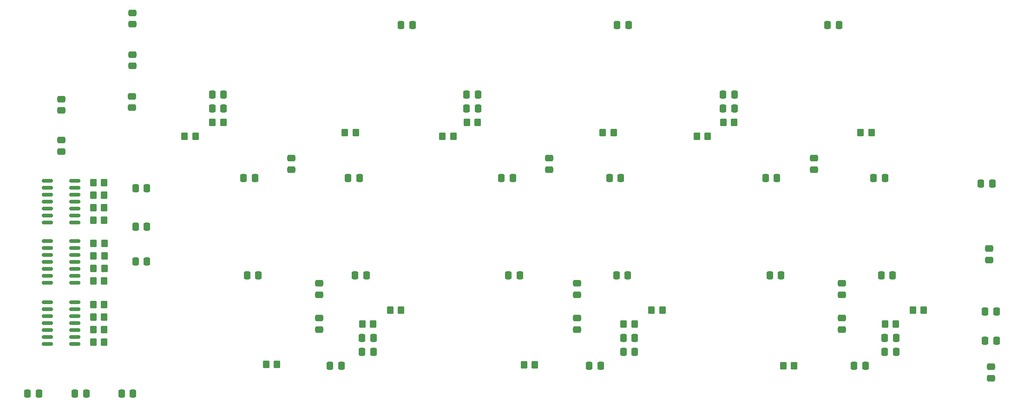
<source format=gbr>
%TF.GenerationSoftware,KiCad,Pcbnew,(6.0.1)*%
%TF.CreationDate,2023-04-20T11:25:51+03:00*%
%TF.ProjectId,Adapter,41646170-7465-4722-9e6b-696361645f70,rev?*%
%TF.SameCoordinates,Original*%
%TF.FileFunction,Paste,Bot*%
%TF.FilePolarity,Positive*%
%FSLAX46Y46*%
G04 Gerber Fmt 4.6, Leading zero omitted, Abs format (unit mm)*
G04 Created by KiCad (PCBNEW (6.0.1)) date 2023-04-20 11:25:51*
%MOMM*%
%LPD*%
G01*
G04 APERTURE LIST*
G04 Aperture macros list*
%AMRoundRect*
0 Rectangle with rounded corners*
0 $1 Rounding radius*
0 $2 $3 $4 $5 $6 $7 $8 $9 X,Y pos of 4 corners*
0 Add a 4 corners polygon primitive as box body*
4,1,4,$2,$3,$4,$5,$6,$7,$8,$9,$2,$3,0*
0 Add four circle primitives for the rounded corners*
1,1,$1+$1,$2,$3*
1,1,$1+$1,$4,$5*
1,1,$1+$1,$6,$7*
1,1,$1+$1,$8,$9*
0 Add four rect primitives between the rounded corners*
20,1,$1+$1,$2,$3,$4,$5,0*
20,1,$1+$1,$4,$5,$6,$7,0*
20,1,$1+$1,$6,$7,$8,$9,0*
20,1,$1+$1,$8,$9,$2,$3,0*%
G04 Aperture macros list end*
%ADD10RoundRect,0.250000X-0.475000X0.337500X-0.475000X-0.337500X0.475000X-0.337500X0.475000X0.337500X0*%
%ADD11RoundRect,0.250000X0.350000X0.450000X-0.350000X0.450000X-0.350000X-0.450000X0.350000X-0.450000X0*%
%ADD12RoundRect,0.250000X0.337500X0.475000X-0.337500X0.475000X-0.337500X-0.475000X0.337500X-0.475000X0*%
%ADD13RoundRect,0.250000X0.475000X-0.337500X0.475000X0.337500X-0.475000X0.337500X-0.475000X-0.337500X0*%
%ADD14RoundRect,0.250000X-0.350000X-0.450000X0.350000X-0.450000X0.350000X0.450000X-0.350000X0.450000X0*%
%ADD15RoundRect,0.250000X-0.337500X-0.475000X0.337500X-0.475000X0.337500X0.475000X-0.337500X0.475000X0*%
%ADD16RoundRect,0.150000X0.825000X0.150000X-0.825000X0.150000X-0.825000X-0.150000X0.825000X-0.150000X0*%
G04 APERTURE END LIST*
D10*
%TO.C,C6*%
X100330000Y-108182500D03*
X100330000Y-110257500D03*
%TD*%
D11*
%TO.C,R58*%
X171180000Y-74930000D03*
X169180000Y-74930000D03*
%TD*%
D10*
%TO.C,C94*%
X147320000Y-101832500D03*
X147320000Y-103907500D03*
%TD*%
D11*
%TO.C,R105*%
X139684000Y-116713000D03*
X137684000Y-116713000D03*
%TD*%
D12*
%TO.C,C107*%
X195093500Y-54610000D03*
X193018500Y-54610000D03*
%TD*%
%TO.C,C62*%
X107717500Y-82550000D03*
X105642500Y-82550000D03*
%TD*%
D13*
%TO.C,C23*%
X190500000Y-81047500D03*
X190500000Y-78972500D03*
%TD*%
D14*
%TO.C,R13*%
X59198000Y-83439000D03*
X61198000Y-83439000D03*
%TD*%
%TO.C,R37*%
X113300000Y-106680000D03*
X115300000Y-106680000D03*
%TD*%
D15*
%TO.C,C49*%
X155807500Y-111760000D03*
X157882500Y-111760000D03*
%TD*%
%TO.C,C67*%
X134852500Y-100330000D03*
X136927500Y-100330000D03*
%TD*%
D14*
%TO.C,R45*%
X160925000Y-106680000D03*
X162925000Y-106680000D03*
%TD*%
D10*
%TO.C,C93*%
X100330000Y-101832500D03*
X100330000Y-103907500D03*
%TD*%
D14*
%TO.C,R15*%
X59182000Y-88011000D03*
X61182000Y-88011000D03*
%TD*%
D12*
%TO.C,C24*%
X68982500Y-97790000D03*
X66907500Y-97790000D03*
%TD*%
%TO.C,C56*%
X176043500Y-67310000D03*
X173968500Y-67310000D03*
%TD*%
%TO.C,C20*%
X68982500Y-91440000D03*
X66907500Y-91440000D03*
%TD*%
D16*
%TO.C,D4*%
X55815000Y-94107000D03*
X55815000Y-95377000D03*
X55815000Y-96647000D03*
X55815000Y-97917000D03*
X55815000Y-99187000D03*
X55815000Y-100457000D03*
X55815000Y-101727000D03*
X50865000Y-101727000D03*
X50865000Y-100457000D03*
X50865000Y-99187000D03*
X50865000Y-97917000D03*
X50865000Y-96647000D03*
X50865000Y-95377000D03*
X50865000Y-94107000D03*
%TD*%
D15*
%TO.C,C46*%
X108182500Y-114300000D03*
X110257500Y-114300000D03*
%TD*%
D13*
%TO.C,C28*%
X222428500Y-97537500D03*
X222428500Y-95462500D03*
%TD*%
D15*
%TO.C,C73*%
X182477500Y-100330000D03*
X184552500Y-100330000D03*
%TD*%
D14*
%TO.C,R44*%
X80915000Y-72390000D03*
X82915000Y-72390000D03*
%TD*%
D12*
%TO.C,C57*%
X108987500Y-100330000D03*
X106912500Y-100330000D03*
%TD*%
D14*
%TO.C,R4*%
X59198000Y-112522000D03*
X61198000Y-112522000D03*
%TD*%
D11*
%TO.C,R46*%
X157845000Y-109220000D03*
X155845000Y-109220000D03*
%TD*%
D13*
%TO.C,C35*%
X66217800Y-69744500D03*
X66217800Y-67669500D03*
%TD*%
D12*
%TO.C,C40*%
X223795500Y-106934000D03*
X221720500Y-106934000D03*
%TD*%
D14*
%TO.C,R108*%
X199025000Y-74295000D03*
X201025000Y-74295000D03*
%TD*%
D15*
%TO.C,C54*%
X203432500Y-114300000D03*
X205507500Y-114300000D03*
%TD*%
%TO.C,C53*%
X203432500Y-111760000D03*
X205507500Y-111760000D03*
%TD*%
D12*
%TO.C,C52*%
X129307500Y-67310000D03*
X127232500Y-67310000D03*
%TD*%
D11*
%TO.C,R107*%
X186928000Y-116840000D03*
X184928000Y-116840000D03*
%TD*%
%TO.C,R42*%
X77835000Y-74930000D03*
X75835000Y-74930000D03*
%TD*%
D12*
%TO.C,C55*%
X176043500Y-69850000D03*
X173968500Y-69850000D03*
%TD*%
D10*
%TO.C,C22*%
X195580000Y-108182500D03*
X195580000Y-110257500D03*
%TD*%
D15*
%TO.C,C104*%
X102340500Y-116840000D03*
X104415500Y-116840000D03*
%TD*%
D10*
%TO.C,C42*%
X222758000Y-117072500D03*
X222758000Y-119147500D03*
%TD*%
D11*
%TO.C,R50*%
X124825000Y-74930000D03*
X122825000Y-74930000D03*
%TD*%
D14*
%TO.C,R1*%
X59198000Y-105664000D03*
X61198000Y-105664000D03*
%TD*%
D10*
%TO.C,C95*%
X195580000Y-101832500D03*
X195580000Y-103907500D03*
%TD*%
D14*
%TO.C,R7*%
X59214000Y-99060000D03*
X61214000Y-99060000D03*
%TD*%
D12*
%TO.C,C8*%
X68982500Y-84455000D03*
X66907500Y-84455000D03*
%TD*%
%TO.C,C103*%
X117369500Y-54610000D03*
X115294500Y-54610000D03*
%TD*%
D15*
%TO.C,C106*%
X197844500Y-116840000D03*
X199919500Y-116840000D03*
%TD*%
%TO.C,C58*%
X86592500Y-82550000D03*
X88667500Y-82550000D03*
%TD*%
D11*
%TO.C,R104*%
X92694000Y-116586000D03*
X90694000Y-116586000D03*
%TD*%
D12*
%TO.C,C51*%
X129307500Y-69850000D03*
X127232500Y-69850000D03*
%TD*%
D14*
%TO.C,R53*%
X208550000Y-106680000D03*
X210550000Y-106680000D03*
%TD*%
D13*
%TO.C,C25*%
X53340000Y-77745500D03*
X53340000Y-75670500D03*
%TD*%
D12*
%TO.C,C43*%
X66442500Y-121920000D03*
X64367500Y-121920000D03*
%TD*%
D14*
%TO.C,R2*%
X59198000Y-107950000D03*
X61198000Y-107950000D03*
%TD*%
D13*
%TO.C,C19*%
X142240000Y-81047500D03*
X142240000Y-78972500D03*
%TD*%
D14*
%TO.C,R8*%
X59198000Y-101346000D03*
X61198000Y-101346000D03*
%TD*%
D16*
%TO.C,D5*%
X55815000Y-83058000D03*
X55815000Y-84328000D03*
X55815000Y-85598000D03*
X55815000Y-86868000D03*
X55815000Y-88138000D03*
X55815000Y-89408000D03*
X55815000Y-90678000D03*
X50865000Y-90678000D03*
X50865000Y-89408000D03*
X50865000Y-88138000D03*
X50865000Y-86868000D03*
X50865000Y-85598000D03*
X50865000Y-84328000D03*
X50865000Y-83058000D03*
%TD*%
D11*
%TO.C,R54*%
X205470000Y-109220000D03*
X203470000Y-109220000D03*
%TD*%
D14*
%TO.C,R5*%
X59214000Y-94488000D03*
X61214000Y-94488000D03*
%TD*%
D15*
%TO.C,C64*%
X133582500Y-82550000D03*
X135657500Y-82550000D03*
%TD*%
D12*
%TO.C,C34*%
X49297500Y-121920000D03*
X47222500Y-121920000D03*
%TD*%
D14*
%TO.C,R14*%
X59198000Y-85725000D03*
X61198000Y-85725000D03*
%TD*%
D13*
%TO.C,C26*%
X53340000Y-70252500D03*
X53340000Y-68177500D03*
%TD*%
D15*
%TO.C,C61*%
X87227500Y-100330000D03*
X89302500Y-100330000D03*
%TD*%
D13*
%TO.C,C7*%
X95250000Y-81047500D03*
X95250000Y-78972500D03*
%TD*%
D12*
%TO.C,C31*%
X57933500Y-121920000D03*
X55858500Y-121920000D03*
%TD*%
D14*
%TO.C,R16*%
X59198000Y-90297000D03*
X61198000Y-90297000D03*
%TD*%
D12*
%TO.C,C102*%
X156739500Y-54610000D03*
X154664500Y-54610000D03*
%TD*%
D11*
%TO.C,R38*%
X110220000Y-109220000D03*
X108220000Y-109220000D03*
%TD*%
D15*
%TO.C,C105*%
X149584500Y-116840000D03*
X151659500Y-116840000D03*
%TD*%
D14*
%TO.C,R52*%
X127270000Y-72390000D03*
X129270000Y-72390000D03*
%TD*%
%TO.C,R60*%
X174006000Y-72390000D03*
X176006000Y-72390000D03*
%TD*%
D13*
%TO.C,C39*%
X66294000Y-62124500D03*
X66294000Y-60049500D03*
%TD*%
D12*
%TO.C,C74*%
X203475500Y-82550000D03*
X201400500Y-82550000D03*
%TD*%
D16*
%TO.C,D1*%
X55815000Y-105283000D03*
X55815000Y-106553000D03*
X55815000Y-107823000D03*
X55815000Y-109093000D03*
X55815000Y-110363000D03*
X55815000Y-111633000D03*
X55815000Y-112903000D03*
X50865000Y-112903000D03*
X50865000Y-111633000D03*
X50865000Y-110363000D03*
X50865000Y-109093000D03*
X50865000Y-107823000D03*
X50865000Y-106553000D03*
X50865000Y-105283000D03*
%TD*%
D12*
%TO.C,C68*%
X155342500Y-82550000D03*
X153267500Y-82550000D03*
%TD*%
D14*
%TO.C,R6*%
X59214000Y-96773000D03*
X61214000Y-96773000D03*
%TD*%
%TO.C,R103*%
X105045000Y-74295000D03*
X107045000Y-74295000D03*
%TD*%
%TO.C,R3*%
X59198000Y-110236000D03*
X61198000Y-110236000D03*
%TD*%
D12*
%TO.C,C69*%
X204872500Y-100330000D03*
X202797500Y-100330000D03*
%TD*%
%TO.C,C47*%
X82952500Y-69850000D03*
X80877500Y-69850000D03*
%TD*%
D10*
%TO.C,C18*%
X147320000Y-108182500D03*
X147320000Y-110257500D03*
%TD*%
D13*
%TO.C,C44*%
X66294000Y-54520500D03*
X66294000Y-52445500D03*
%TD*%
D15*
%TO.C,C70*%
X181715500Y-82550000D03*
X183790500Y-82550000D03*
%TD*%
D14*
%TO.C,R106*%
X152035000Y-74295000D03*
X154035000Y-74295000D03*
%TD*%
D12*
%TO.C,C48*%
X82952500Y-67310000D03*
X80877500Y-67310000D03*
%TD*%
%TO.C,C63*%
X156612500Y-100330000D03*
X154537500Y-100330000D03*
%TD*%
%TO.C,C41*%
X223795500Y-112268000D03*
X221720500Y-112268000D03*
%TD*%
%TO.C,C27*%
X223033500Y-83566000D03*
X220958500Y-83566000D03*
%TD*%
D15*
%TO.C,C50*%
X155807500Y-114300000D03*
X157882500Y-114300000D03*
%TD*%
%TO.C,C45*%
X108182500Y-111760000D03*
X110257500Y-111760000D03*
%TD*%
M02*

</source>
